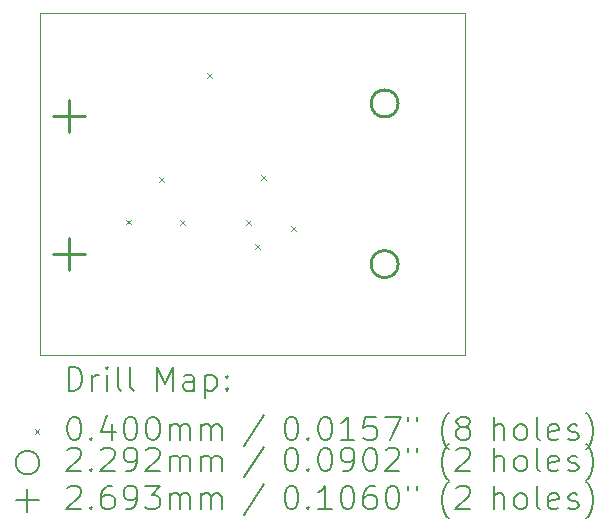
<source format=gbr>
%TF.GenerationSoftware,KiCad,Pcbnew,7.0.0-da2b9df05c~163~ubuntu22.04.1*%
%TF.CreationDate,2023-02-20T00:02:55+00:00*%
%TF.ProjectId,levelshifter,6c657665-6c73-4686-9966-7465722e6b69,rev?*%
%TF.SameCoordinates,Original*%
%TF.FileFunction,Drillmap*%
%TF.FilePolarity,Positive*%
%FSLAX45Y45*%
G04 Gerber Fmt 4.5, Leading zero omitted, Abs format (unit mm)*
G04 Created by KiCad (PCBNEW 7.0.0-da2b9df05c~163~ubuntu22.04.1) date 2023-02-20 00:02:55*
%MOMM*%
%LPD*%
G01*
G04 APERTURE LIST*
%ADD10C,0.100000*%
%ADD11C,0.200000*%
%ADD12C,0.040000*%
%ADD13C,0.229220*%
%ADD14C,0.269260*%
G04 APERTURE END LIST*
D10*
X13400000Y-7600000D02*
X17000000Y-7600000D01*
X17000000Y-7600000D02*
X17000000Y-10500000D01*
X17000000Y-10500000D02*
X13400000Y-10500000D01*
X13400000Y-10500000D02*
X13400000Y-7600000D01*
D11*
D12*
X14127405Y-9352205D02*
X14167405Y-9392205D01*
X14167405Y-9352205D02*
X14127405Y-9392205D01*
X14407202Y-8990657D02*
X14447202Y-9030657D01*
X14447202Y-8990657D02*
X14407202Y-9030657D01*
X14585000Y-9352600D02*
X14625000Y-9392600D01*
X14625000Y-9352600D02*
X14585000Y-9392600D01*
X14813000Y-8113200D02*
X14853000Y-8153200D01*
X14853000Y-8113200D02*
X14813000Y-8153200D01*
X15143800Y-9352600D02*
X15183800Y-9392600D01*
X15183800Y-9352600D02*
X15143800Y-9392600D01*
X15220000Y-9555800D02*
X15260000Y-9595800D01*
X15260000Y-9555800D02*
X15220000Y-9595800D01*
X15270800Y-8971600D02*
X15310800Y-9011600D01*
X15310800Y-8971600D02*
X15270800Y-9011600D01*
X15524800Y-9403400D02*
X15564800Y-9443400D01*
X15564800Y-9403400D02*
X15524800Y-9443400D01*
D13*
X16433260Y-8367600D02*
G75*
G03*
X16433260Y-8367600I-114610J0D01*
G01*
X16433260Y-9727600D02*
G75*
G03*
X16433260Y-9727600I-114610J0D01*
G01*
D14*
X13647700Y-8340370D02*
X13647700Y-8609630D01*
X13513070Y-8475000D02*
X13782330Y-8475000D01*
X13647700Y-9510370D02*
X13647700Y-9779630D01*
X13513070Y-9645000D02*
X13782330Y-9645000D01*
D11*
X13642619Y-10798476D02*
X13642619Y-10598476D01*
X13642619Y-10598476D02*
X13690238Y-10598476D01*
X13690238Y-10598476D02*
X13718809Y-10608000D01*
X13718809Y-10608000D02*
X13737857Y-10627048D01*
X13737857Y-10627048D02*
X13747381Y-10646095D01*
X13747381Y-10646095D02*
X13756905Y-10684190D01*
X13756905Y-10684190D02*
X13756905Y-10712762D01*
X13756905Y-10712762D02*
X13747381Y-10750857D01*
X13747381Y-10750857D02*
X13737857Y-10769905D01*
X13737857Y-10769905D02*
X13718809Y-10788952D01*
X13718809Y-10788952D02*
X13690238Y-10798476D01*
X13690238Y-10798476D02*
X13642619Y-10798476D01*
X13842619Y-10798476D02*
X13842619Y-10665143D01*
X13842619Y-10703238D02*
X13852143Y-10684190D01*
X13852143Y-10684190D02*
X13861667Y-10674667D01*
X13861667Y-10674667D02*
X13880714Y-10665143D01*
X13880714Y-10665143D02*
X13899762Y-10665143D01*
X13966428Y-10798476D02*
X13966428Y-10665143D01*
X13966428Y-10598476D02*
X13956905Y-10608000D01*
X13956905Y-10608000D02*
X13966428Y-10617524D01*
X13966428Y-10617524D02*
X13975952Y-10608000D01*
X13975952Y-10608000D02*
X13966428Y-10598476D01*
X13966428Y-10598476D02*
X13966428Y-10617524D01*
X14090238Y-10798476D02*
X14071190Y-10788952D01*
X14071190Y-10788952D02*
X14061667Y-10769905D01*
X14061667Y-10769905D02*
X14061667Y-10598476D01*
X14195000Y-10798476D02*
X14175952Y-10788952D01*
X14175952Y-10788952D02*
X14166428Y-10769905D01*
X14166428Y-10769905D02*
X14166428Y-10598476D01*
X14391190Y-10798476D02*
X14391190Y-10598476D01*
X14391190Y-10598476D02*
X14457857Y-10741333D01*
X14457857Y-10741333D02*
X14524524Y-10598476D01*
X14524524Y-10598476D02*
X14524524Y-10798476D01*
X14705476Y-10798476D02*
X14705476Y-10693714D01*
X14705476Y-10693714D02*
X14695952Y-10674667D01*
X14695952Y-10674667D02*
X14676905Y-10665143D01*
X14676905Y-10665143D02*
X14638809Y-10665143D01*
X14638809Y-10665143D02*
X14619762Y-10674667D01*
X14705476Y-10788952D02*
X14686428Y-10798476D01*
X14686428Y-10798476D02*
X14638809Y-10798476D01*
X14638809Y-10798476D02*
X14619762Y-10788952D01*
X14619762Y-10788952D02*
X14610238Y-10769905D01*
X14610238Y-10769905D02*
X14610238Y-10750857D01*
X14610238Y-10750857D02*
X14619762Y-10731810D01*
X14619762Y-10731810D02*
X14638809Y-10722286D01*
X14638809Y-10722286D02*
X14686428Y-10722286D01*
X14686428Y-10722286D02*
X14705476Y-10712762D01*
X14800714Y-10665143D02*
X14800714Y-10865143D01*
X14800714Y-10674667D02*
X14819762Y-10665143D01*
X14819762Y-10665143D02*
X14857857Y-10665143D01*
X14857857Y-10665143D02*
X14876905Y-10674667D01*
X14876905Y-10674667D02*
X14886428Y-10684190D01*
X14886428Y-10684190D02*
X14895952Y-10703238D01*
X14895952Y-10703238D02*
X14895952Y-10760381D01*
X14895952Y-10760381D02*
X14886428Y-10779429D01*
X14886428Y-10779429D02*
X14876905Y-10788952D01*
X14876905Y-10788952D02*
X14857857Y-10798476D01*
X14857857Y-10798476D02*
X14819762Y-10798476D01*
X14819762Y-10798476D02*
X14800714Y-10788952D01*
X14981667Y-10779429D02*
X14991190Y-10788952D01*
X14991190Y-10788952D02*
X14981667Y-10798476D01*
X14981667Y-10798476D02*
X14972143Y-10788952D01*
X14972143Y-10788952D02*
X14981667Y-10779429D01*
X14981667Y-10779429D02*
X14981667Y-10798476D01*
X14981667Y-10674667D02*
X14991190Y-10684190D01*
X14991190Y-10684190D02*
X14981667Y-10693714D01*
X14981667Y-10693714D02*
X14972143Y-10684190D01*
X14972143Y-10684190D02*
X14981667Y-10674667D01*
X14981667Y-10674667D02*
X14981667Y-10693714D01*
D12*
X13355000Y-11125000D02*
X13395000Y-11165000D01*
X13395000Y-11125000D02*
X13355000Y-11165000D01*
D11*
X13680714Y-11018476D02*
X13699762Y-11018476D01*
X13699762Y-11018476D02*
X13718809Y-11028000D01*
X13718809Y-11028000D02*
X13728333Y-11037524D01*
X13728333Y-11037524D02*
X13737857Y-11056571D01*
X13737857Y-11056571D02*
X13747381Y-11094667D01*
X13747381Y-11094667D02*
X13747381Y-11142286D01*
X13747381Y-11142286D02*
X13737857Y-11180381D01*
X13737857Y-11180381D02*
X13728333Y-11199428D01*
X13728333Y-11199428D02*
X13718809Y-11208952D01*
X13718809Y-11208952D02*
X13699762Y-11218476D01*
X13699762Y-11218476D02*
X13680714Y-11218476D01*
X13680714Y-11218476D02*
X13661667Y-11208952D01*
X13661667Y-11208952D02*
X13652143Y-11199428D01*
X13652143Y-11199428D02*
X13642619Y-11180381D01*
X13642619Y-11180381D02*
X13633095Y-11142286D01*
X13633095Y-11142286D02*
X13633095Y-11094667D01*
X13633095Y-11094667D02*
X13642619Y-11056571D01*
X13642619Y-11056571D02*
X13652143Y-11037524D01*
X13652143Y-11037524D02*
X13661667Y-11028000D01*
X13661667Y-11028000D02*
X13680714Y-11018476D01*
X13833095Y-11199428D02*
X13842619Y-11208952D01*
X13842619Y-11208952D02*
X13833095Y-11218476D01*
X13833095Y-11218476D02*
X13823571Y-11208952D01*
X13823571Y-11208952D02*
X13833095Y-11199428D01*
X13833095Y-11199428D02*
X13833095Y-11218476D01*
X14014048Y-11085143D02*
X14014048Y-11218476D01*
X13966428Y-11008952D02*
X13918809Y-11151810D01*
X13918809Y-11151810D02*
X14042619Y-11151810D01*
X14156905Y-11018476D02*
X14175952Y-11018476D01*
X14175952Y-11018476D02*
X14195000Y-11028000D01*
X14195000Y-11028000D02*
X14204524Y-11037524D01*
X14204524Y-11037524D02*
X14214048Y-11056571D01*
X14214048Y-11056571D02*
X14223571Y-11094667D01*
X14223571Y-11094667D02*
X14223571Y-11142286D01*
X14223571Y-11142286D02*
X14214048Y-11180381D01*
X14214048Y-11180381D02*
X14204524Y-11199428D01*
X14204524Y-11199428D02*
X14195000Y-11208952D01*
X14195000Y-11208952D02*
X14175952Y-11218476D01*
X14175952Y-11218476D02*
X14156905Y-11218476D01*
X14156905Y-11218476D02*
X14137857Y-11208952D01*
X14137857Y-11208952D02*
X14128333Y-11199428D01*
X14128333Y-11199428D02*
X14118809Y-11180381D01*
X14118809Y-11180381D02*
X14109286Y-11142286D01*
X14109286Y-11142286D02*
X14109286Y-11094667D01*
X14109286Y-11094667D02*
X14118809Y-11056571D01*
X14118809Y-11056571D02*
X14128333Y-11037524D01*
X14128333Y-11037524D02*
X14137857Y-11028000D01*
X14137857Y-11028000D02*
X14156905Y-11018476D01*
X14347381Y-11018476D02*
X14366429Y-11018476D01*
X14366429Y-11018476D02*
X14385476Y-11028000D01*
X14385476Y-11028000D02*
X14395000Y-11037524D01*
X14395000Y-11037524D02*
X14404524Y-11056571D01*
X14404524Y-11056571D02*
X14414048Y-11094667D01*
X14414048Y-11094667D02*
X14414048Y-11142286D01*
X14414048Y-11142286D02*
X14404524Y-11180381D01*
X14404524Y-11180381D02*
X14395000Y-11199428D01*
X14395000Y-11199428D02*
X14385476Y-11208952D01*
X14385476Y-11208952D02*
X14366429Y-11218476D01*
X14366429Y-11218476D02*
X14347381Y-11218476D01*
X14347381Y-11218476D02*
X14328333Y-11208952D01*
X14328333Y-11208952D02*
X14318809Y-11199428D01*
X14318809Y-11199428D02*
X14309286Y-11180381D01*
X14309286Y-11180381D02*
X14299762Y-11142286D01*
X14299762Y-11142286D02*
X14299762Y-11094667D01*
X14299762Y-11094667D02*
X14309286Y-11056571D01*
X14309286Y-11056571D02*
X14318809Y-11037524D01*
X14318809Y-11037524D02*
X14328333Y-11028000D01*
X14328333Y-11028000D02*
X14347381Y-11018476D01*
X14499762Y-11218476D02*
X14499762Y-11085143D01*
X14499762Y-11104190D02*
X14509286Y-11094667D01*
X14509286Y-11094667D02*
X14528333Y-11085143D01*
X14528333Y-11085143D02*
X14556905Y-11085143D01*
X14556905Y-11085143D02*
X14575952Y-11094667D01*
X14575952Y-11094667D02*
X14585476Y-11113714D01*
X14585476Y-11113714D02*
X14585476Y-11218476D01*
X14585476Y-11113714D02*
X14595000Y-11094667D01*
X14595000Y-11094667D02*
X14614048Y-11085143D01*
X14614048Y-11085143D02*
X14642619Y-11085143D01*
X14642619Y-11085143D02*
X14661667Y-11094667D01*
X14661667Y-11094667D02*
X14671190Y-11113714D01*
X14671190Y-11113714D02*
X14671190Y-11218476D01*
X14766429Y-11218476D02*
X14766429Y-11085143D01*
X14766429Y-11104190D02*
X14775952Y-11094667D01*
X14775952Y-11094667D02*
X14795000Y-11085143D01*
X14795000Y-11085143D02*
X14823571Y-11085143D01*
X14823571Y-11085143D02*
X14842619Y-11094667D01*
X14842619Y-11094667D02*
X14852143Y-11113714D01*
X14852143Y-11113714D02*
X14852143Y-11218476D01*
X14852143Y-11113714D02*
X14861667Y-11094667D01*
X14861667Y-11094667D02*
X14880714Y-11085143D01*
X14880714Y-11085143D02*
X14909286Y-11085143D01*
X14909286Y-11085143D02*
X14928333Y-11094667D01*
X14928333Y-11094667D02*
X14937857Y-11113714D01*
X14937857Y-11113714D02*
X14937857Y-11218476D01*
X15295952Y-11008952D02*
X15124524Y-11266095D01*
X15520714Y-11018476D02*
X15539762Y-11018476D01*
X15539762Y-11018476D02*
X15558810Y-11028000D01*
X15558810Y-11028000D02*
X15568333Y-11037524D01*
X15568333Y-11037524D02*
X15577857Y-11056571D01*
X15577857Y-11056571D02*
X15587381Y-11094667D01*
X15587381Y-11094667D02*
X15587381Y-11142286D01*
X15587381Y-11142286D02*
X15577857Y-11180381D01*
X15577857Y-11180381D02*
X15568333Y-11199428D01*
X15568333Y-11199428D02*
X15558810Y-11208952D01*
X15558810Y-11208952D02*
X15539762Y-11218476D01*
X15539762Y-11218476D02*
X15520714Y-11218476D01*
X15520714Y-11218476D02*
X15501667Y-11208952D01*
X15501667Y-11208952D02*
X15492143Y-11199428D01*
X15492143Y-11199428D02*
X15482619Y-11180381D01*
X15482619Y-11180381D02*
X15473095Y-11142286D01*
X15473095Y-11142286D02*
X15473095Y-11094667D01*
X15473095Y-11094667D02*
X15482619Y-11056571D01*
X15482619Y-11056571D02*
X15492143Y-11037524D01*
X15492143Y-11037524D02*
X15501667Y-11028000D01*
X15501667Y-11028000D02*
X15520714Y-11018476D01*
X15673095Y-11199428D02*
X15682619Y-11208952D01*
X15682619Y-11208952D02*
X15673095Y-11218476D01*
X15673095Y-11218476D02*
X15663571Y-11208952D01*
X15663571Y-11208952D02*
X15673095Y-11199428D01*
X15673095Y-11199428D02*
X15673095Y-11218476D01*
X15806429Y-11018476D02*
X15825476Y-11018476D01*
X15825476Y-11018476D02*
X15844524Y-11028000D01*
X15844524Y-11028000D02*
X15854048Y-11037524D01*
X15854048Y-11037524D02*
X15863571Y-11056571D01*
X15863571Y-11056571D02*
X15873095Y-11094667D01*
X15873095Y-11094667D02*
X15873095Y-11142286D01*
X15873095Y-11142286D02*
X15863571Y-11180381D01*
X15863571Y-11180381D02*
X15854048Y-11199428D01*
X15854048Y-11199428D02*
X15844524Y-11208952D01*
X15844524Y-11208952D02*
X15825476Y-11218476D01*
X15825476Y-11218476D02*
X15806429Y-11218476D01*
X15806429Y-11218476D02*
X15787381Y-11208952D01*
X15787381Y-11208952D02*
X15777857Y-11199428D01*
X15777857Y-11199428D02*
X15768333Y-11180381D01*
X15768333Y-11180381D02*
X15758810Y-11142286D01*
X15758810Y-11142286D02*
X15758810Y-11094667D01*
X15758810Y-11094667D02*
X15768333Y-11056571D01*
X15768333Y-11056571D02*
X15777857Y-11037524D01*
X15777857Y-11037524D02*
X15787381Y-11028000D01*
X15787381Y-11028000D02*
X15806429Y-11018476D01*
X16063571Y-11218476D02*
X15949286Y-11218476D01*
X16006429Y-11218476D02*
X16006429Y-11018476D01*
X16006429Y-11018476D02*
X15987381Y-11047048D01*
X15987381Y-11047048D02*
X15968333Y-11066095D01*
X15968333Y-11066095D02*
X15949286Y-11075619D01*
X16244524Y-11018476D02*
X16149286Y-11018476D01*
X16149286Y-11018476D02*
X16139762Y-11113714D01*
X16139762Y-11113714D02*
X16149286Y-11104190D01*
X16149286Y-11104190D02*
X16168333Y-11094667D01*
X16168333Y-11094667D02*
X16215952Y-11094667D01*
X16215952Y-11094667D02*
X16235000Y-11104190D01*
X16235000Y-11104190D02*
X16244524Y-11113714D01*
X16244524Y-11113714D02*
X16254048Y-11132762D01*
X16254048Y-11132762D02*
X16254048Y-11180381D01*
X16254048Y-11180381D02*
X16244524Y-11199428D01*
X16244524Y-11199428D02*
X16235000Y-11208952D01*
X16235000Y-11208952D02*
X16215952Y-11218476D01*
X16215952Y-11218476D02*
X16168333Y-11218476D01*
X16168333Y-11218476D02*
X16149286Y-11208952D01*
X16149286Y-11208952D02*
X16139762Y-11199428D01*
X16320714Y-11018476D02*
X16454048Y-11018476D01*
X16454048Y-11018476D02*
X16368333Y-11218476D01*
X16520714Y-11018476D02*
X16520714Y-11056571D01*
X16596905Y-11018476D02*
X16596905Y-11056571D01*
X16859762Y-11294667D02*
X16850238Y-11285143D01*
X16850238Y-11285143D02*
X16831191Y-11256571D01*
X16831191Y-11256571D02*
X16821667Y-11237524D01*
X16821667Y-11237524D02*
X16812143Y-11208952D01*
X16812143Y-11208952D02*
X16802619Y-11161333D01*
X16802619Y-11161333D02*
X16802619Y-11123238D01*
X16802619Y-11123238D02*
X16812143Y-11075619D01*
X16812143Y-11075619D02*
X16821667Y-11047048D01*
X16821667Y-11047048D02*
X16831191Y-11028000D01*
X16831191Y-11028000D02*
X16850238Y-10999429D01*
X16850238Y-10999429D02*
X16859762Y-10989905D01*
X16964524Y-11104190D02*
X16945476Y-11094667D01*
X16945476Y-11094667D02*
X16935953Y-11085143D01*
X16935953Y-11085143D02*
X16926429Y-11066095D01*
X16926429Y-11066095D02*
X16926429Y-11056571D01*
X16926429Y-11056571D02*
X16935953Y-11037524D01*
X16935953Y-11037524D02*
X16945476Y-11028000D01*
X16945476Y-11028000D02*
X16964524Y-11018476D01*
X16964524Y-11018476D02*
X17002619Y-11018476D01*
X17002619Y-11018476D02*
X17021667Y-11028000D01*
X17021667Y-11028000D02*
X17031191Y-11037524D01*
X17031191Y-11037524D02*
X17040714Y-11056571D01*
X17040714Y-11056571D02*
X17040714Y-11066095D01*
X17040714Y-11066095D02*
X17031191Y-11085143D01*
X17031191Y-11085143D02*
X17021667Y-11094667D01*
X17021667Y-11094667D02*
X17002619Y-11104190D01*
X17002619Y-11104190D02*
X16964524Y-11104190D01*
X16964524Y-11104190D02*
X16945476Y-11113714D01*
X16945476Y-11113714D02*
X16935953Y-11123238D01*
X16935953Y-11123238D02*
X16926429Y-11142286D01*
X16926429Y-11142286D02*
X16926429Y-11180381D01*
X16926429Y-11180381D02*
X16935953Y-11199428D01*
X16935953Y-11199428D02*
X16945476Y-11208952D01*
X16945476Y-11208952D02*
X16964524Y-11218476D01*
X16964524Y-11218476D02*
X17002619Y-11218476D01*
X17002619Y-11218476D02*
X17021667Y-11208952D01*
X17021667Y-11208952D02*
X17031191Y-11199428D01*
X17031191Y-11199428D02*
X17040714Y-11180381D01*
X17040714Y-11180381D02*
X17040714Y-11142286D01*
X17040714Y-11142286D02*
X17031191Y-11123238D01*
X17031191Y-11123238D02*
X17021667Y-11113714D01*
X17021667Y-11113714D02*
X17002619Y-11104190D01*
X17246429Y-11218476D02*
X17246429Y-11018476D01*
X17332143Y-11218476D02*
X17332143Y-11113714D01*
X17332143Y-11113714D02*
X17322619Y-11094667D01*
X17322619Y-11094667D02*
X17303572Y-11085143D01*
X17303572Y-11085143D02*
X17275000Y-11085143D01*
X17275000Y-11085143D02*
X17255953Y-11094667D01*
X17255953Y-11094667D02*
X17246429Y-11104190D01*
X17455953Y-11218476D02*
X17436905Y-11208952D01*
X17436905Y-11208952D02*
X17427381Y-11199428D01*
X17427381Y-11199428D02*
X17417857Y-11180381D01*
X17417857Y-11180381D02*
X17417857Y-11123238D01*
X17417857Y-11123238D02*
X17427381Y-11104190D01*
X17427381Y-11104190D02*
X17436905Y-11094667D01*
X17436905Y-11094667D02*
X17455953Y-11085143D01*
X17455953Y-11085143D02*
X17484524Y-11085143D01*
X17484524Y-11085143D02*
X17503572Y-11094667D01*
X17503572Y-11094667D02*
X17513095Y-11104190D01*
X17513095Y-11104190D02*
X17522619Y-11123238D01*
X17522619Y-11123238D02*
X17522619Y-11180381D01*
X17522619Y-11180381D02*
X17513095Y-11199428D01*
X17513095Y-11199428D02*
X17503572Y-11208952D01*
X17503572Y-11208952D02*
X17484524Y-11218476D01*
X17484524Y-11218476D02*
X17455953Y-11218476D01*
X17636905Y-11218476D02*
X17617857Y-11208952D01*
X17617857Y-11208952D02*
X17608334Y-11189905D01*
X17608334Y-11189905D02*
X17608334Y-11018476D01*
X17789286Y-11208952D02*
X17770238Y-11218476D01*
X17770238Y-11218476D02*
X17732143Y-11218476D01*
X17732143Y-11218476D02*
X17713095Y-11208952D01*
X17713095Y-11208952D02*
X17703572Y-11189905D01*
X17703572Y-11189905D02*
X17703572Y-11113714D01*
X17703572Y-11113714D02*
X17713095Y-11094667D01*
X17713095Y-11094667D02*
X17732143Y-11085143D01*
X17732143Y-11085143D02*
X17770238Y-11085143D01*
X17770238Y-11085143D02*
X17789286Y-11094667D01*
X17789286Y-11094667D02*
X17798810Y-11113714D01*
X17798810Y-11113714D02*
X17798810Y-11132762D01*
X17798810Y-11132762D02*
X17703572Y-11151810D01*
X17875000Y-11208952D02*
X17894048Y-11218476D01*
X17894048Y-11218476D02*
X17932143Y-11218476D01*
X17932143Y-11218476D02*
X17951191Y-11208952D01*
X17951191Y-11208952D02*
X17960715Y-11189905D01*
X17960715Y-11189905D02*
X17960715Y-11180381D01*
X17960715Y-11180381D02*
X17951191Y-11161333D01*
X17951191Y-11161333D02*
X17932143Y-11151810D01*
X17932143Y-11151810D02*
X17903572Y-11151810D01*
X17903572Y-11151810D02*
X17884524Y-11142286D01*
X17884524Y-11142286D02*
X17875000Y-11123238D01*
X17875000Y-11123238D02*
X17875000Y-11113714D01*
X17875000Y-11113714D02*
X17884524Y-11094667D01*
X17884524Y-11094667D02*
X17903572Y-11085143D01*
X17903572Y-11085143D02*
X17932143Y-11085143D01*
X17932143Y-11085143D02*
X17951191Y-11094667D01*
X18027381Y-11294667D02*
X18036905Y-11285143D01*
X18036905Y-11285143D02*
X18055953Y-11256571D01*
X18055953Y-11256571D02*
X18065476Y-11237524D01*
X18065476Y-11237524D02*
X18075000Y-11208952D01*
X18075000Y-11208952D02*
X18084524Y-11161333D01*
X18084524Y-11161333D02*
X18084524Y-11123238D01*
X18084524Y-11123238D02*
X18075000Y-11075619D01*
X18075000Y-11075619D02*
X18065476Y-11047048D01*
X18065476Y-11047048D02*
X18055953Y-11028000D01*
X18055953Y-11028000D02*
X18036905Y-10999429D01*
X18036905Y-10999429D02*
X18027381Y-10989905D01*
X13395000Y-11409000D02*
G75*
G03*
X13395000Y-11409000I-100000J0D01*
G01*
X13633095Y-11301524D02*
X13642619Y-11292000D01*
X13642619Y-11292000D02*
X13661667Y-11282476D01*
X13661667Y-11282476D02*
X13709286Y-11282476D01*
X13709286Y-11282476D02*
X13728333Y-11292000D01*
X13728333Y-11292000D02*
X13737857Y-11301524D01*
X13737857Y-11301524D02*
X13747381Y-11320571D01*
X13747381Y-11320571D02*
X13747381Y-11339619D01*
X13747381Y-11339619D02*
X13737857Y-11368190D01*
X13737857Y-11368190D02*
X13623571Y-11482476D01*
X13623571Y-11482476D02*
X13747381Y-11482476D01*
X13833095Y-11463428D02*
X13842619Y-11472952D01*
X13842619Y-11472952D02*
X13833095Y-11482476D01*
X13833095Y-11482476D02*
X13823571Y-11472952D01*
X13823571Y-11472952D02*
X13833095Y-11463428D01*
X13833095Y-11463428D02*
X13833095Y-11482476D01*
X13918809Y-11301524D02*
X13928333Y-11292000D01*
X13928333Y-11292000D02*
X13947381Y-11282476D01*
X13947381Y-11282476D02*
X13995000Y-11282476D01*
X13995000Y-11282476D02*
X14014048Y-11292000D01*
X14014048Y-11292000D02*
X14023571Y-11301524D01*
X14023571Y-11301524D02*
X14033095Y-11320571D01*
X14033095Y-11320571D02*
X14033095Y-11339619D01*
X14033095Y-11339619D02*
X14023571Y-11368190D01*
X14023571Y-11368190D02*
X13909286Y-11482476D01*
X13909286Y-11482476D02*
X14033095Y-11482476D01*
X14128333Y-11482476D02*
X14166428Y-11482476D01*
X14166428Y-11482476D02*
X14185476Y-11472952D01*
X14185476Y-11472952D02*
X14195000Y-11463428D01*
X14195000Y-11463428D02*
X14214048Y-11434857D01*
X14214048Y-11434857D02*
X14223571Y-11396762D01*
X14223571Y-11396762D02*
X14223571Y-11320571D01*
X14223571Y-11320571D02*
X14214048Y-11301524D01*
X14214048Y-11301524D02*
X14204524Y-11292000D01*
X14204524Y-11292000D02*
X14185476Y-11282476D01*
X14185476Y-11282476D02*
X14147381Y-11282476D01*
X14147381Y-11282476D02*
X14128333Y-11292000D01*
X14128333Y-11292000D02*
X14118809Y-11301524D01*
X14118809Y-11301524D02*
X14109286Y-11320571D01*
X14109286Y-11320571D02*
X14109286Y-11368190D01*
X14109286Y-11368190D02*
X14118809Y-11387238D01*
X14118809Y-11387238D02*
X14128333Y-11396762D01*
X14128333Y-11396762D02*
X14147381Y-11406286D01*
X14147381Y-11406286D02*
X14185476Y-11406286D01*
X14185476Y-11406286D02*
X14204524Y-11396762D01*
X14204524Y-11396762D02*
X14214048Y-11387238D01*
X14214048Y-11387238D02*
X14223571Y-11368190D01*
X14299762Y-11301524D02*
X14309286Y-11292000D01*
X14309286Y-11292000D02*
X14328333Y-11282476D01*
X14328333Y-11282476D02*
X14375952Y-11282476D01*
X14375952Y-11282476D02*
X14395000Y-11292000D01*
X14395000Y-11292000D02*
X14404524Y-11301524D01*
X14404524Y-11301524D02*
X14414048Y-11320571D01*
X14414048Y-11320571D02*
X14414048Y-11339619D01*
X14414048Y-11339619D02*
X14404524Y-11368190D01*
X14404524Y-11368190D02*
X14290238Y-11482476D01*
X14290238Y-11482476D02*
X14414048Y-11482476D01*
X14499762Y-11482476D02*
X14499762Y-11349143D01*
X14499762Y-11368190D02*
X14509286Y-11358667D01*
X14509286Y-11358667D02*
X14528333Y-11349143D01*
X14528333Y-11349143D02*
X14556905Y-11349143D01*
X14556905Y-11349143D02*
X14575952Y-11358667D01*
X14575952Y-11358667D02*
X14585476Y-11377714D01*
X14585476Y-11377714D02*
X14585476Y-11482476D01*
X14585476Y-11377714D02*
X14595000Y-11358667D01*
X14595000Y-11358667D02*
X14614048Y-11349143D01*
X14614048Y-11349143D02*
X14642619Y-11349143D01*
X14642619Y-11349143D02*
X14661667Y-11358667D01*
X14661667Y-11358667D02*
X14671190Y-11377714D01*
X14671190Y-11377714D02*
X14671190Y-11482476D01*
X14766429Y-11482476D02*
X14766429Y-11349143D01*
X14766429Y-11368190D02*
X14775952Y-11358667D01*
X14775952Y-11358667D02*
X14795000Y-11349143D01*
X14795000Y-11349143D02*
X14823571Y-11349143D01*
X14823571Y-11349143D02*
X14842619Y-11358667D01*
X14842619Y-11358667D02*
X14852143Y-11377714D01*
X14852143Y-11377714D02*
X14852143Y-11482476D01*
X14852143Y-11377714D02*
X14861667Y-11358667D01*
X14861667Y-11358667D02*
X14880714Y-11349143D01*
X14880714Y-11349143D02*
X14909286Y-11349143D01*
X14909286Y-11349143D02*
X14928333Y-11358667D01*
X14928333Y-11358667D02*
X14937857Y-11377714D01*
X14937857Y-11377714D02*
X14937857Y-11482476D01*
X15295952Y-11272952D02*
X15124524Y-11530095D01*
X15520714Y-11282476D02*
X15539762Y-11282476D01*
X15539762Y-11282476D02*
X15558810Y-11292000D01*
X15558810Y-11292000D02*
X15568333Y-11301524D01*
X15568333Y-11301524D02*
X15577857Y-11320571D01*
X15577857Y-11320571D02*
X15587381Y-11358667D01*
X15587381Y-11358667D02*
X15587381Y-11406286D01*
X15587381Y-11406286D02*
X15577857Y-11444381D01*
X15577857Y-11444381D02*
X15568333Y-11463428D01*
X15568333Y-11463428D02*
X15558810Y-11472952D01*
X15558810Y-11472952D02*
X15539762Y-11482476D01*
X15539762Y-11482476D02*
X15520714Y-11482476D01*
X15520714Y-11482476D02*
X15501667Y-11472952D01*
X15501667Y-11472952D02*
X15492143Y-11463428D01*
X15492143Y-11463428D02*
X15482619Y-11444381D01*
X15482619Y-11444381D02*
X15473095Y-11406286D01*
X15473095Y-11406286D02*
X15473095Y-11358667D01*
X15473095Y-11358667D02*
X15482619Y-11320571D01*
X15482619Y-11320571D02*
X15492143Y-11301524D01*
X15492143Y-11301524D02*
X15501667Y-11292000D01*
X15501667Y-11292000D02*
X15520714Y-11282476D01*
X15673095Y-11463428D02*
X15682619Y-11472952D01*
X15682619Y-11472952D02*
X15673095Y-11482476D01*
X15673095Y-11482476D02*
X15663571Y-11472952D01*
X15663571Y-11472952D02*
X15673095Y-11463428D01*
X15673095Y-11463428D02*
X15673095Y-11482476D01*
X15806429Y-11282476D02*
X15825476Y-11282476D01*
X15825476Y-11282476D02*
X15844524Y-11292000D01*
X15844524Y-11292000D02*
X15854048Y-11301524D01*
X15854048Y-11301524D02*
X15863571Y-11320571D01*
X15863571Y-11320571D02*
X15873095Y-11358667D01*
X15873095Y-11358667D02*
X15873095Y-11406286D01*
X15873095Y-11406286D02*
X15863571Y-11444381D01*
X15863571Y-11444381D02*
X15854048Y-11463428D01*
X15854048Y-11463428D02*
X15844524Y-11472952D01*
X15844524Y-11472952D02*
X15825476Y-11482476D01*
X15825476Y-11482476D02*
X15806429Y-11482476D01*
X15806429Y-11482476D02*
X15787381Y-11472952D01*
X15787381Y-11472952D02*
X15777857Y-11463428D01*
X15777857Y-11463428D02*
X15768333Y-11444381D01*
X15768333Y-11444381D02*
X15758810Y-11406286D01*
X15758810Y-11406286D02*
X15758810Y-11358667D01*
X15758810Y-11358667D02*
X15768333Y-11320571D01*
X15768333Y-11320571D02*
X15777857Y-11301524D01*
X15777857Y-11301524D02*
X15787381Y-11292000D01*
X15787381Y-11292000D02*
X15806429Y-11282476D01*
X15968333Y-11482476D02*
X16006429Y-11482476D01*
X16006429Y-11482476D02*
X16025476Y-11472952D01*
X16025476Y-11472952D02*
X16035000Y-11463428D01*
X16035000Y-11463428D02*
X16054048Y-11434857D01*
X16054048Y-11434857D02*
X16063571Y-11396762D01*
X16063571Y-11396762D02*
X16063571Y-11320571D01*
X16063571Y-11320571D02*
X16054048Y-11301524D01*
X16054048Y-11301524D02*
X16044524Y-11292000D01*
X16044524Y-11292000D02*
X16025476Y-11282476D01*
X16025476Y-11282476D02*
X15987381Y-11282476D01*
X15987381Y-11282476D02*
X15968333Y-11292000D01*
X15968333Y-11292000D02*
X15958810Y-11301524D01*
X15958810Y-11301524D02*
X15949286Y-11320571D01*
X15949286Y-11320571D02*
X15949286Y-11368190D01*
X15949286Y-11368190D02*
X15958810Y-11387238D01*
X15958810Y-11387238D02*
X15968333Y-11396762D01*
X15968333Y-11396762D02*
X15987381Y-11406286D01*
X15987381Y-11406286D02*
X16025476Y-11406286D01*
X16025476Y-11406286D02*
X16044524Y-11396762D01*
X16044524Y-11396762D02*
X16054048Y-11387238D01*
X16054048Y-11387238D02*
X16063571Y-11368190D01*
X16187381Y-11282476D02*
X16206429Y-11282476D01*
X16206429Y-11282476D02*
X16225476Y-11292000D01*
X16225476Y-11292000D02*
X16235000Y-11301524D01*
X16235000Y-11301524D02*
X16244524Y-11320571D01*
X16244524Y-11320571D02*
X16254048Y-11358667D01*
X16254048Y-11358667D02*
X16254048Y-11406286D01*
X16254048Y-11406286D02*
X16244524Y-11444381D01*
X16244524Y-11444381D02*
X16235000Y-11463428D01*
X16235000Y-11463428D02*
X16225476Y-11472952D01*
X16225476Y-11472952D02*
X16206429Y-11482476D01*
X16206429Y-11482476D02*
X16187381Y-11482476D01*
X16187381Y-11482476D02*
X16168333Y-11472952D01*
X16168333Y-11472952D02*
X16158810Y-11463428D01*
X16158810Y-11463428D02*
X16149286Y-11444381D01*
X16149286Y-11444381D02*
X16139762Y-11406286D01*
X16139762Y-11406286D02*
X16139762Y-11358667D01*
X16139762Y-11358667D02*
X16149286Y-11320571D01*
X16149286Y-11320571D02*
X16158810Y-11301524D01*
X16158810Y-11301524D02*
X16168333Y-11292000D01*
X16168333Y-11292000D02*
X16187381Y-11282476D01*
X16330238Y-11301524D02*
X16339762Y-11292000D01*
X16339762Y-11292000D02*
X16358810Y-11282476D01*
X16358810Y-11282476D02*
X16406429Y-11282476D01*
X16406429Y-11282476D02*
X16425476Y-11292000D01*
X16425476Y-11292000D02*
X16435000Y-11301524D01*
X16435000Y-11301524D02*
X16444524Y-11320571D01*
X16444524Y-11320571D02*
X16444524Y-11339619D01*
X16444524Y-11339619D02*
X16435000Y-11368190D01*
X16435000Y-11368190D02*
X16320714Y-11482476D01*
X16320714Y-11482476D02*
X16444524Y-11482476D01*
X16520714Y-11282476D02*
X16520714Y-11320571D01*
X16596905Y-11282476D02*
X16596905Y-11320571D01*
X16859762Y-11558667D02*
X16850238Y-11549143D01*
X16850238Y-11549143D02*
X16831191Y-11520571D01*
X16831191Y-11520571D02*
X16821667Y-11501524D01*
X16821667Y-11501524D02*
X16812143Y-11472952D01*
X16812143Y-11472952D02*
X16802619Y-11425333D01*
X16802619Y-11425333D02*
X16802619Y-11387238D01*
X16802619Y-11387238D02*
X16812143Y-11339619D01*
X16812143Y-11339619D02*
X16821667Y-11311048D01*
X16821667Y-11311048D02*
X16831191Y-11292000D01*
X16831191Y-11292000D02*
X16850238Y-11263428D01*
X16850238Y-11263428D02*
X16859762Y-11253905D01*
X16926429Y-11301524D02*
X16935953Y-11292000D01*
X16935953Y-11292000D02*
X16955000Y-11282476D01*
X16955000Y-11282476D02*
X17002619Y-11282476D01*
X17002619Y-11282476D02*
X17021667Y-11292000D01*
X17021667Y-11292000D02*
X17031191Y-11301524D01*
X17031191Y-11301524D02*
X17040714Y-11320571D01*
X17040714Y-11320571D02*
X17040714Y-11339619D01*
X17040714Y-11339619D02*
X17031191Y-11368190D01*
X17031191Y-11368190D02*
X16916905Y-11482476D01*
X16916905Y-11482476D02*
X17040714Y-11482476D01*
X17246429Y-11482476D02*
X17246429Y-11282476D01*
X17332143Y-11482476D02*
X17332143Y-11377714D01*
X17332143Y-11377714D02*
X17322619Y-11358667D01*
X17322619Y-11358667D02*
X17303572Y-11349143D01*
X17303572Y-11349143D02*
X17275000Y-11349143D01*
X17275000Y-11349143D02*
X17255953Y-11358667D01*
X17255953Y-11358667D02*
X17246429Y-11368190D01*
X17455953Y-11482476D02*
X17436905Y-11472952D01*
X17436905Y-11472952D02*
X17427381Y-11463428D01*
X17427381Y-11463428D02*
X17417857Y-11444381D01*
X17417857Y-11444381D02*
X17417857Y-11387238D01*
X17417857Y-11387238D02*
X17427381Y-11368190D01*
X17427381Y-11368190D02*
X17436905Y-11358667D01*
X17436905Y-11358667D02*
X17455953Y-11349143D01*
X17455953Y-11349143D02*
X17484524Y-11349143D01*
X17484524Y-11349143D02*
X17503572Y-11358667D01*
X17503572Y-11358667D02*
X17513095Y-11368190D01*
X17513095Y-11368190D02*
X17522619Y-11387238D01*
X17522619Y-11387238D02*
X17522619Y-11444381D01*
X17522619Y-11444381D02*
X17513095Y-11463428D01*
X17513095Y-11463428D02*
X17503572Y-11472952D01*
X17503572Y-11472952D02*
X17484524Y-11482476D01*
X17484524Y-11482476D02*
X17455953Y-11482476D01*
X17636905Y-11482476D02*
X17617857Y-11472952D01*
X17617857Y-11472952D02*
X17608334Y-11453905D01*
X17608334Y-11453905D02*
X17608334Y-11282476D01*
X17789286Y-11472952D02*
X17770238Y-11482476D01*
X17770238Y-11482476D02*
X17732143Y-11482476D01*
X17732143Y-11482476D02*
X17713095Y-11472952D01*
X17713095Y-11472952D02*
X17703572Y-11453905D01*
X17703572Y-11453905D02*
X17703572Y-11377714D01*
X17703572Y-11377714D02*
X17713095Y-11358667D01*
X17713095Y-11358667D02*
X17732143Y-11349143D01*
X17732143Y-11349143D02*
X17770238Y-11349143D01*
X17770238Y-11349143D02*
X17789286Y-11358667D01*
X17789286Y-11358667D02*
X17798810Y-11377714D01*
X17798810Y-11377714D02*
X17798810Y-11396762D01*
X17798810Y-11396762D02*
X17703572Y-11415809D01*
X17875000Y-11472952D02*
X17894048Y-11482476D01*
X17894048Y-11482476D02*
X17932143Y-11482476D01*
X17932143Y-11482476D02*
X17951191Y-11472952D01*
X17951191Y-11472952D02*
X17960715Y-11453905D01*
X17960715Y-11453905D02*
X17960715Y-11444381D01*
X17960715Y-11444381D02*
X17951191Y-11425333D01*
X17951191Y-11425333D02*
X17932143Y-11415809D01*
X17932143Y-11415809D02*
X17903572Y-11415809D01*
X17903572Y-11415809D02*
X17884524Y-11406286D01*
X17884524Y-11406286D02*
X17875000Y-11387238D01*
X17875000Y-11387238D02*
X17875000Y-11377714D01*
X17875000Y-11377714D02*
X17884524Y-11358667D01*
X17884524Y-11358667D02*
X17903572Y-11349143D01*
X17903572Y-11349143D02*
X17932143Y-11349143D01*
X17932143Y-11349143D02*
X17951191Y-11358667D01*
X18027381Y-11558667D02*
X18036905Y-11549143D01*
X18036905Y-11549143D02*
X18055953Y-11520571D01*
X18055953Y-11520571D02*
X18065476Y-11501524D01*
X18065476Y-11501524D02*
X18075000Y-11472952D01*
X18075000Y-11472952D02*
X18084524Y-11425333D01*
X18084524Y-11425333D02*
X18084524Y-11387238D01*
X18084524Y-11387238D02*
X18075000Y-11339619D01*
X18075000Y-11339619D02*
X18065476Y-11311048D01*
X18065476Y-11311048D02*
X18055953Y-11292000D01*
X18055953Y-11292000D02*
X18036905Y-11263428D01*
X18036905Y-11263428D02*
X18027381Y-11253905D01*
X13295000Y-11629000D02*
X13295000Y-11829000D01*
X13195000Y-11729000D02*
X13395000Y-11729000D01*
X13633095Y-11621524D02*
X13642619Y-11612000D01*
X13642619Y-11612000D02*
X13661667Y-11602476D01*
X13661667Y-11602476D02*
X13709286Y-11602476D01*
X13709286Y-11602476D02*
X13728333Y-11612000D01*
X13728333Y-11612000D02*
X13737857Y-11621524D01*
X13737857Y-11621524D02*
X13747381Y-11640571D01*
X13747381Y-11640571D02*
X13747381Y-11659619D01*
X13747381Y-11659619D02*
X13737857Y-11688190D01*
X13737857Y-11688190D02*
X13623571Y-11802476D01*
X13623571Y-11802476D02*
X13747381Y-11802476D01*
X13833095Y-11783428D02*
X13842619Y-11792952D01*
X13842619Y-11792952D02*
X13833095Y-11802476D01*
X13833095Y-11802476D02*
X13823571Y-11792952D01*
X13823571Y-11792952D02*
X13833095Y-11783428D01*
X13833095Y-11783428D02*
X13833095Y-11802476D01*
X14014048Y-11602476D02*
X13975952Y-11602476D01*
X13975952Y-11602476D02*
X13956905Y-11612000D01*
X13956905Y-11612000D02*
X13947381Y-11621524D01*
X13947381Y-11621524D02*
X13928333Y-11650095D01*
X13928333Y-11650095D02*
X13918809Y-11688190D01*
X13918809Y-11688190D02*
X13918809Y-11764381D01*
X13918809Y-11764381D02*
X13928333Y-11783428D01*
X13928333Y-11783428D02*
X13937857Y-11792952D01*
X13937857Y-11792952D02*
X13956905Y-11802476D01*
X13956905Y-11802476D02*
X13995000Y-11802476D01*
X13995000Y-11802476D02*
X14014048Y-11792952D01*
X14014048Y-11792952D02*
X14023571Y-11783428D01*
X14023571Y-11783428D02*
X14033095Y-11764381D01*
X14033095Y-11764381D02*
X14033095Y-11716762D01*
X14033095Y-11716762D02*
X14023571Y-11697714D01*
X14023571Y-11697714D02*
X14014048Y-11688190D01*
X14014048Y-11688190D02*
X13995000Y-11678667D01*
X13995000Y-11678667D02*
X13956905Y-11678667D01*
X13956905Y-11678667D02*
X13937857Y-11688190D01*
X13937857Y-11688190D02*
X13928333Y-11697714D01*
X13928333Y-11697714D02*
X13918809Y-11716762D01*
X14128333Y-11802476D02*
X14166428Y-11802476D01*
X14166428Y-11802476D02*
X14185476Y-11792952D01*
X14185476Y-11792952D02*
X14195000Y-11783428D01*
X14195000Y-11783428D02*
X14214048Y-11754857D01*
X14214048Y-11754857D02*
X14223571Y-11716762D01*
X14223571Y-11716762D02*
X14223571Y-11640571D01*
X14223571Y-11640571D02*
X14214048Y-11621524D01*
X14214048Y-11621524D02*
X14204524Y-11612000D01*
X14204524Y-11612000D02*
X14185476Y-11602476D01*
X14185476Y-11602476D02*
X14147381Y-11602476D01*
X14147381Y-11602476D02*
X14128333Y-11612000D01*
X14128333Y-11612000D02*
X14118809Y-11621524D01*
X14118809Y-11621524D02*
X14109286Y-11640571D01*
X14109286Y-11640571D02*
X14109286Y-11688190D01*
X14109286Y-11688190D02*
X14118809Y-11707238D01*
X14118809Y-11707238D02*
X14128333Y-11716762D01*
X14128333Y-11716762D02*
X14147381Y-11726286D01*
X14147381Y-11726286D02*
X14185476Y-11726286D01*
X14185476Y-11726286D02*
X14204524Y-11716762D01*
X14204524Y-11716762D02*
X14214048Y-11707238D01*
X14214048Y-11707238D02*
X14223571Y-11688190D01*
X14290238Y-11602476D02*
X14414048Y-11602476D01*
X14414048Y-11602476D02*
X14347381Y-11678667D01*
X14347381Y-11678667D02*
X14375952Y-11678667D01*
X14375952Y-11678667D02*
X14395000Y-11688190D01*
X14395000Y-11688190D02*
X14404524Y-11697714D01*
X14404524Y-11697714D02*
X14414048Y-11716762D01*
X14414048Y-11716762D02*
X14414048Y-11764381D01*
X14414048Y-11764381D02*
X14404524Y-11783428D01*
X14404524Y-11783428D02*
X14395000Y-11792952D01*
X14395000Y-11792952D02*
X14375952Y-11802476D01*
X14375952Y-11802476D02*
X14318809Y-11802476D01*
X14318809Y-11802476D02*
X14299762Y-11792952D01*
X14299762Y-11792952D02*
X14290238Y-11783428D01*
X14499762Y-11802476D02*
X14499762Y-11669143D01*
X14499762Y-11688190D02*
X14509286Y-11678667D01*
X14509286Y-11678667D02*
X14528333Y-11669143D01*
X14528333Y-11669143D02*
X14556905Y-11669143D01*
X14556905Y-11669143D02*
X14575952Y-11678667D01*
X14575952Y-11678667D02*
X14585476Y-11697714D01*
X14585476Y-11697714D02*
X14585476Y-11802476D01*
X14585476Y-11697714D02*
X14595000Y-11678667D01*
X14595000Y-11678667D02*
X14614048Y-11669143D01*
X14614048Y-11669143D02*
X14642619Y-11669143D01*
X14642619Y-11669143D02*
X14661667Y-11678667D01*
X14661667Y-11678667D02*
X14671190Y-11697714D01*
X14671190Y-11697714D02*
X14671190Y-11802476D01*
X14766429Y-11802476D02*
X14766429Y-11669143D01*
X14766429Y-11688190D02*
X14775952Y-11678667D01*
X14775952Y-11678667D02*
X14795000Y-11669143D01*
X14795000Y-11669143D02*
X14823571Y-11669143D01*
X14823571Y-11669143D02*
X14842619Y-11678667D01*
X14842619Y-11678667D02*
X14852143Y-11697714D01*
X14852143Y-11697714D02*
X14852143Y-11802476D01*
X14852143Y-11697714D02*
X14861667Y-11678667D01*
X14861667Y-11678667D02*
X14880714Y-11669143D01*
X14880714Y-11669143D02*
X14909286Y-11669143D01*
X14909286Y-11669143D02*
X14928333Y-11678667D01*
X14928333Y-11678667D02*
X14937857Y-11697714D01*
X14937857Y-11697714D02*
X14937857Y-11802476D01*
X15295952Y-11592952D02*
X15124524Y-11850095D01*
X15520714Y-11602476D02*
X15539762Y-11602476D01*
X15539762Y-11602476D02*
X15558810Y-11612000D01*
X15558810Y-11612000D02*
X15568333Y-11621524D01*
X15568333Y-11621524D02*
X15577857Y-11640571D01*
X15577857Y-11640571D02*
X15587381Y-11678667D01*
X15587381Y-11678667D02*
X15587381Y-11726286D01*
X15587381Y-11726286D02*
X15577857Y-11764381D01*
X15577857Y-11764381D02*
X15568333Y-11783428D01*
X15568333Y-11783428D02*
X15558810Y-11792952D01*
X15558810Y-11792952D02*
X15539762Y-11802476D01*
X15539762Y-11802476D02*
X15520714Y-11802476D01*
X15520714Y-11802476D02*
X15501667Y-11792952D01*
X15501667Y-11792952D02*
X15492143Y-11783428D01*
X15492143Y-11783428D02*
X15482619Y-11764381D01*
X15482619Y-11764381D02*
X15473095Y-11726286D01*
X15473095Y-11726286D02*
X15473095Y-11678667D01*
X15473095Y-11678667D02*
X15482619Y-11640571D01*
X15482619Y-11640571D02*
X15492143Y-11621524D01*
X15492143Y-11621524D02*
X15501667Y-11612000D01*
X15501667Y-11612000D02*
X15520714Y-11602476D01*
X15673095Y-11783428D02*
X15682619Y-11792952D01*
X15682619Y-11792952D02*
X15673095Y-11802476D01*
X15673095Y-11802476D02*
X15663571Y-11792952D01*
X15663571Y-11792952D02*
X15673095Y-11783428D01*
X15673095Y-11783428D02*
X15673095Y-11802476D01*
X15873095Y-11802476D02*
X15758810Y-11802476D01*
X15815952Y-11802476D02*
X15815952Y-11602476D01*
X15815952Y-11602476D02*
X15796905Y-11631048D01*
X15796905Y-11631048D02*
X15777857Y-11650095D01*
X15777857Y-11650095D02*
X15758810Y-11659619D01*
X15996905Y-11602476D02*
X16015952Y-11602476D01*
X16015952Y-11602476D02*
X16035000Y-11612000D01*
X16035000Y-11612000D02*
X16044524Y-11621524D01*
X16044524Y-11621524D02*
X16054048Y-11640571D01*
X16054048Y-11640571D02*
X16063571Y-11678667D01*
X16063571Y-11678667D02*
X16063571Y-11726286D01*
X16063571Y-11726286D02*
X16054048Y-11764381D01*
X16054048Y-11764381D02*
X16044524Y-11783428D01*
X16044524Y-11783428D02*
X16035000Y-11792952D01*
X16035000Y-11792952D02*
X16015952Y-11802476D01*
X16015952Y-11802476D02*
X15996905Y-11802476D01*
X15996905Y-11802476D02*
X15977857Y-11792952D01*
X15977857Y-11792952D02*
X15968333Y-11783428D01*
X15968333Y-11783428D02*
X15958810Y-11764381D01*
X15958810Y-11764381D02*
X15949286Y-11726286D01*
X15949286Y-11726286D02*
X15949286Y-11678667D01*
X15949286Y-11678667D02*
X15958810Y-11640571D01*
X15958810Y-11640571D02*
X15968333Y-11621524D01*
X15968333Y-11621524D02*
X15977857Y-11612000D01*
X15977857Y-11612000D02*
X15996905Y-11602476D01*
X16235000Y-11602476D02*
X16196905Y-11602476D01*
X16196905Y-11602476D02*
X16177857Y-11612000D01*
X16177857Y-11612000D02*
X16168333Y-11621524D01*
X16168333Y-11621524D02*
X16149286Y-11650095D01*
X16149286Y-11650095D02*
X16139762Y-11688190D01*
X16139762Y-11688190D02*
X16139762Y-11764381D01*
X16139762Y-11764381D02*
X16149286Y-11783428D01*
X16149286Y-11783428D02*
X16158810Y-11792952D01*
X16158810Y-11792952D02*
X16177857Y-11802476D01*
X16177857Y-11802476D02*
X16215952Y-11802476D01*
X16215952Y-11802476D02*
X16235000Y-11792952D01*
X16235000Y-11792952D02*
X16244524Y-11783428D01*
X16244524Y-11783428D02*
X16254048Y-11764381D01*
X16254048Y-11764381D02*
X16254048Y-11716762D01*
X16254048Y-11716762D02*
X16244524Y-11697714D01*
X16244524Y-11697714D02*
X16235000Y-11688190D01*
X16235000Y-11688190D02*
X16215952Y-11678667D01*
X16215952Y-11678667D02*
X16177857Y-11678667D01*
X16177857Y-11678667D02*
X16158810Y-11688190D01*
X16158810Y-11688190D02*
X16149286Y-11697714D01*
X16149286Y-11697714D02*
X16139762Y-11716762D01*
X16377857Y-11602476D02*
X16396905Y-11602476D01*
X16396905Y-11602476D02*
X16415952Y-11612000D01*
X16415952Y-11612000D02*
X16425476Y-11621524D01*
X16425476Y-11621524D02*
X16435000Y-11640571D01*
X16435000Y-11640571D02*
X16444524Y-11678667D01*
X16444524Y-11678667D02*
X16444524Y-11726286D01*
X16444524Y-11726286D02*
X16435000Y-11764381D01*
X16435000Y-11764381D02*
X16425476Y-11783428D01*
X16425476Y-11783428D02*
X16415952Y-11792952D01*
X16415952Y-11792952D02*
X16396905Y-11802476D01*
X16396905Y-11802476D02*
X16377857Y-11802476D01*
X16377857Y-11802476D02*
X16358810Y-11792952D01*
X16358810Y-11792952D02*
X16349286Y-11783428D01*
X16349286Y-11783428D02*
X16339762Y-11764381D01*
X16339762Y-11764381D02*
X16330238Y-11726286D01*
X16330238Y-11726286D02*
X16330238Y-11678667D01*
X16330238Y-11678667D02*
X16339762Y-11640571D01*
X16339762Y-11640571D02*
X16349286Y-11621524D01*
X16349286Y-11621524D02*
X16358810Y-11612000D01*
X16358810Y-11612000D02*
X16377857Y-11602476D01*
X16520714Y-11602476D02*
X16520714Y-11640571D01*
X16596905Y-11602476D02*
X16596905Y-11640571D01*
X16859762Y-11878667D02*
X16850238Y-11869143D01*
X16850238Y-11869143D02*
X16831191Y-11840571D01*
X16831191Y-11840571D02*
X16821667Y-11821524D01*
X16821667Y-11821524D02*
X16812143Y-11792952D01*
X16812143Y-11792952D02*
X16802619Y-11745333D01*
X16802619Y-11745333D02*
X16802619Y-11707238D01*
X16802619Y-11707238D02*
X16812143Y-11659619D01*
X16812143Y-11659619D02*
X16821667Y-11631048D01*
X16821667Y-11631048D02*
X16831191Y-11612000D01*
X16831191Y-11612000D02*
X16850238Y-11583428D01*
X16850238Y-11583428D02*
X16859762Y-11573905D01*
X16926429Y-11621524D02*
X16935953Y-11612000D01*
X16935953Y-11612000D02*
X16955000Y-11602476D01*
X16955000Y-11602476D02*
X17002619Y-11602476D01*
X17002619Y-11602476D02*
X17021667Y-11612000D01*
X17021667Y-11612000D02*
X17031191Y-11621524D01*
X17031191Y-11621524D02*
X17040714Y-11640571D01*
X17040714Y-11640571D02*
X17040714Y-11659619D01*
X17040714Y-11659619D02*
X17031191Y-11688190D01*
X17031191Y-11688190D02*
X16916905Y-11802476D01*
X16916905Y-11802476D02*
X17040714Y-11802476D01*
X17246429Y-11802476D02*
X17246429Y-11602476D01*
X17332143Y-11802476D02*
X17332143Y-11697714D01*
X17332143Y-11697714D02*
X17322619Y-11678667D01*
X17322619Y-11678667D02*
X17303572Y-11669143D01*
X17303572Y-11669143D02*
X17275000Y-11669143D01*
X17275000Y-11669143D02*
X17255953Y-11678667D01*
X17255953Y-11678667D02*
X17246429Y-11688190D01*
X17455953Y-11802476D02*
X17436905Y-11792952D01*
X17436905Y-11792952D02*
X17427381Y-11783428D01*
X17427381Y-11783428D02*
X17417857Y-11764381D01*
X17417857Y-11764381D02*
X17417857Y-11707238D01*
X17417857Y-11707238D02*
X17427381Y-11688190D01*
X17427381Y-11688190D02*
X17436905Y-11678667D01*
X17436905Y-11678667D02*
X17455953Y-11669143D01*
X17455953Y-11669143D02*
X17484524Y-11669143D01*
X17484524Y-11669143D02*
X17503572Y-11678667D01*
X17503572Y-11678667D02*
X17513095Y-11688190D01*
X17513095Y-11688190D02*
X17522619Y-11707238D01*
X17522619Y-11707238D02*
X17522619Y-11764381D01*
X17522619Y-11764381D02*
X17513095Y-11783428D01*
X17513095Y-11783428D02*
X17503572Y-11792952D01*
X17503572Y-11792952D02*
X17484524Y-11802476D01*
X17484524Y-11802476D02*
X17455953Y-11802476D01*
X17636905Y-11802476D02*
X17617857Y-11792952D01*
X17617857Y-11792952D02*
X17608334Y-11773905D01*
X17608334Y-11773905D02*
X17608334Y-11602476D01*
X17789286Y-11792952D02*
X17770238Y-11802476D01*
X17770238Y-11802476D02*
X17732143Y-11802476D01*
X17732143Y-11802476D02*
X17713095Y-11792952D01*
X17713095Y-11792952D02*
X17703572Y-11773905D01*
X17703572Y-11773905D02*
X17703572Y-11697714D01*
X17703572Y-11697714D02*
X17713095Y-11678667D01*
X17713095Y-11678667D02*
X17732143Y-11669143D01*
X17732143Y-11669143D02*
X17770238Y-11669143D01*
X17770238Y-11669143D02*
X17789286Y-11678667D01*
X17789286Y-11678667D02*
X17798810Y-11697714D01*
X17798810Y-11697714D02*
X17798810Y-11716762D01*
X17798810Y-11716762D02*
X17703572Y-11735809D01*
X17875000Y-11792952D02*
X17894048Y-11802476D01*
X17894048Y-11802476D02*
X17932143Y-11802476D01*
X17932143Y-11802476D02*
X17951191Y-11792952D01*
X17951191Y-11792952D02*
X17960715Y-11773905D01*
X17960715Y-11773905D02*
X17960715Y-11764381D01*
X17960715Y-11764381D02*
X17951191Y-11745333D01*
X17951191Y-11745333D02*
X17932143Y-11735809D01*
X17932143Y-11735809D02*
X17903572Y-11735809D01*
X17903572Y-11735809D02*
X17884524Y-11726286D01*
X17884524Y-11726286D02*
X17875000Y-11707238D01*
X17875000Y-11707238D02*
X17875000Y-11697714D01*
X17875000Y-11697714D02*
X17884524Y-11678667D01*
X17884524Y-11678667D02*
X17903572Y-11669143D01*
X17903572Y-11669143D02*
X17932143Y-11669143D01*
X17932143Y-11669143D02*
X17951191Y-11678667D01*
X18027381Y-11878667D02*
X18036905Y-11869143D01*
X18036905Y-11869143D02*
X18055953Y-11840571D01*
X18055953Y-11840571D02*
X18065476Y-11821524D01*
X18065476Y-11821524D02*
X18075000Y-11792952D01*
X18075000Y-11792952D02*
X18084524Y-11745333D01*
X18084524Y-11745333D02*
X18084524Y-11707238D01*
X18084524Y-11707238D02*
X18075000Y-11659619D01*
X18075000Y-11659619D02*
X18065476Y-11631048D01*
X18065476Y-11631048D02*
X18055953Y-11612000D01*
X18055953Y-11612000D02*
X18036905Y-11583428D01*
X18036905Y-11583428D02*
X18027381Y-11573905D01*
M02*

</source>
